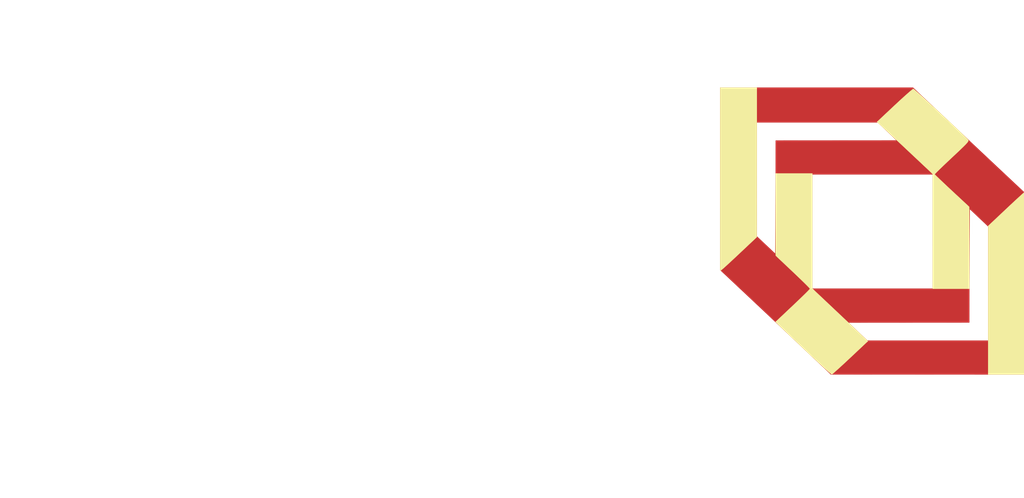
<source format=kicad_pcb>

(kicad_pcb (version 4) (host pcbnew 4.0.7)

	(general
		(links 0)
		(no_connects 0)
		(area 77.052499 41.877835 92.193313 53.630501)
		(thickness 1.6)
		(drawings 8)
		(tracks 0)
		(zones 0)
		(modules 1)
		(nets 1)
	)

	(page A4)
	(layers
		(0 F.Cu signal)
		(31 B.Cu signal)
		(32 B.Adhes user)
		(33 F.Adhes user)
		(34 B.Paste user)
		(35 F.Paste user)
		(36 B.SilkS user)
		(37 F.SilkS user)
		(38 B.Mask user)
		(39 F.Mask user)
		(40 Dwgs.User user)
		(41 Cmts.User user)
		(42 Eco1.User user)
		(43 Eco2.User user)
		(44 Edge.Cuts user)
		(45 Margin user)
		(46 B.CrtYd user)
		(47 F.CrtYd user)
		(48 B.Fab user)
		(49 F.Fab user)
	)

	(setup
		(last_trace_width 0.25)
		(trace_clearance 0.2)
		(zone_clearance 0.508)
		(zone_45_only no)
		(trace_min 0.2)
		(segment_width 0.2)
		(edge_width 0.15)
		(via_size 0.6)
		(via_drill 0.4)
		(via_min_size 0.4)
		(via_min_drill 0.3)
		(uvia_size 0.3)
		(uvia_drill 0.1)
		(uvias_allowed no)
		(uvia_min_size 0.2)
		(uvia_min_drill 0.1)
		(pcb_text_width 0.3)
		(pcb_text_size 1.5 1.5)
		(mod_edge_width 0.15)
		(mod_text_size 1 1)
		(mod_text_width 0.15)
		(pad_size 1.524 1.524)
		(pad_drill 0.762)
		(pad_to_mask_clearance 0.2)
		(aux_axis_origin 0 0)
		(visible_elements FFFFFF7F)
		(pcbplotparams
			(layerselection 0x010f0_80000001)
			(usegerberextensions false)
			(excludeedgelayer true)
			(linewidth 0.100000)
			(plotframeref false)
			(viasonmask false)
			(mode 1)
			(useauxorigin false)
			(hpglpennumber 1)
			(hpglpenspeed 20)
			(hpglpendiameter 15)
			(hpglpenoverlay 2)
			(psnegative false)
			(psa4output false)
			(plotreference true)
			(plotvalue true)
			(plotinvisibletext false)
			(padsonsilk false)
			(subtractmaskfromsilk false)
			(outputformat 1)
			(mirror false)
			(drillshape 1)
			(scaleselection 1)
			(outputdirectory gerbers/))
	)

	(net 0 "")

	(net_class Default "This is the default net class."
		(clearance 0.2)
		(trace_width 0.25)
		(via_dia 0.6)
		(via_drill 0.4)
		(uvia_dia 0.3)
		(uvia_drill 0.1)
	)
(module LOGO (layer F.Cu)
  (at 0 0)
 (fp_text reference "G***" (at 0 0) (layer F.SilkS) hide
  (effects (font (thickness 0.3)))
  )
  (fp_text value "LOGO" (at 0.75 0) (layer F.SilkS) hide
  (effects (font (thickness 0.3)))
  )
  (fp_poly (pts (xy 10.897599 -2.660825) (xy 11.069532 -2.498349) (xy 11.270156 -2.308986) (xy 11.497279 -2.094800) (xy 11.748710 -1.857859) (xy 12.022256 -1.600227) (xy 12.315724 -1.323970) (xy 12.626924 -1.031155)
     (xy 12.652455 -1.007137) (xy 13.483166 -0.225691) (xy 13.483166 4.212167) (xy 11.117791 4.210886) (xy 8.752416 4.209606) (xy 8.157126 3.644678) (xy 8.009676 3.504903) (xy 7.838426 3.342828)
     (xy 7.650440 3.165122) (xy 7.452784 2.978459) (xy 7.416531 2.944253) (xy 9.175750 2.944253) (xy 9.408583 3.165245) (xy 9.641416 3.386236) (xy 11.117791 3.386451) (xy 12.594166 3.386667)
     (xy 12.594166 0.596522) (xy 12.366625 0.380890) (xy 12.139083 0.165258) (xy 12.133639 1.553712) (xy 12.128195 2.942167) (xy 10.651972 2.943210) (xy 9.175750 2.944253) (xy 7.416531 2.944253)
     (xy 7.252523 2.789508) (xy 7.056722 2.604941) (xy 6.872448 2.431430) (xy 6.807855 2.370667) (xy 6.053875 1.661583) (xy 6.053837 0.836083) (xy 6.940995 0.836083) (xy 7.169372 1.051682)
     (xy 7.397750 1.267280) (xy 7.403193 -0.117777) (xy 7.405392 -0.677333) (xy 8.297333 -0.677333) (xy 8.297333 2.116667) (xy 11.239500 2.116667) (xy 11.239500 -0.677333) (xy 8.297333 -0.677333)
     (xy 7.405392 -0.677333) (xy 7.408637 -1.502833) (xy 8.884860 -1.503816) (xy 10.361083 -1.504798) (xy 10.130801 -1.726066) (xy 9.900518 -1.947333) (xy 6.942666 -1.947333) (xy 6.941830 -0.555625)
     (xy 6.940995 0.836083) (xy 6.053837 0.836083) (xy 6.053770 -0.566208) (xy 6.053666 -2.794000) (xy 10.756782 -2.794000) (xy 10.897599 -2.660825) )(layer F.Cu) (width  0.010000)
  )
)
(module LOGO (layer F.Cu)
  (at 0 0)
 (fp_text reference "G***" (at 0 0) (layer F.SilkS) hide
  (effects (font (thickness 0.3)))
  )
  (fp_text value "LOGO" (at 0.75 0) (layer F.SilkS) hide
  (effects (font (thickness 0.3)))
  )
  (fp_poly (pts (xy 3.077242 5.358266) (xy 3.115538 5.380997) (xy 3.132664 5.401772) (xy 3.132666 5.401936) (xy 3.123525 5.427393) (xy 3.097592 5.485499) (xy 3.057101 5.571786) (xy 3.004288 5.681789)
     (xy 2.941389 5.811040) (xy 2.870637 5.955074) (xy 2.794269 6.109424) (xy 2.714519 6.269622) (xy 2.633623 6.431204) (xy 2.553815 6.589701) (xy 2.477331 6.740648) (xy 2.406405 6.879578)
     (xy 2.343273 7.002025) (xy 2.290170 7.103522) (xy 2.249331 7.179602) (xy 2.222991 7.225800) (xy 2.213757 7.238250) (xy 2.178666 7.228086) (xy 2.144327 7.211690) (xy 2.134114 7.204905)
     (xy 2.127558 7.195258) (xy 2.126052 7.179506) (xy 2.130990 7.154406) (xy 2.143768 7.116712) (xy 2.165779 7.063183) (xy 2.198417 6.990573) (xy 2.243076 6.895639) (xy 2.301150 6.775137)
     (xy 2.374034 6.625824) (xy 2.463121 6.444455) (xy 2.549238 6.269543) (xy 2.639465 6.086573) (xy 2.724101 5.915354) (xy 2.801296 5.759603) (xy 2.869197 5.623038) (xy 2.925951 5.509378)
     (xy 2.969705 5.422340) (xy 2.998609 5.365642) (xy 3.010808 5.343003) (xy 3.010967 5.342810) (xy 3.036232 5.342548) (xy 3.077242 5.358266) )(layer F.Mask) (width  0.010000)
  )
  (fp_poly (pts (xy 6.027618 5.342866) (xy 6.069315 5.362657) (xy 6.106108 5.383158) (xy 6.115430 5.389811) (xy 6.109039 5.410422) (xy 6.085649 5.464306) (xy 6.047470 5.547011) (xy 5.996711 5.654086)
     (xy 5.935584 5.781079) (xy 5.866298 5.923540) (xy 5.791062 6.077017) (xy 5.712088 6.237058) (xy 5.631585 6.399213) (xy 5.551763 6.559029) (xy 5.474833 6.712055) (xy 5.403004 6.853840)
     (xy 5.338486 6.979933) (xy 5.283490 7.085882) (xy 5.240225 7.167236) (xy 5.210901 7.219543) (xy 5.197730 7.238352) (xy 5.197653 7.238356) (xy 5.162502 7.228252) (xy 5.132916 7.214068)
     (xy 5.097623 7.193972) (xy 5.085239 7.186437) (xy 5.092719 7.167030) (xy 5.116987 7.114226) (xy 5.155847 7.032467) (xy 5.207101 6.926191) (xy 5.268553 6.799840) (xy 5.338004 6.657855)
     (xy 5.413258 6.504675) (xy 5.492118 6.344742) (xy 5.572387 6.182495) (xy 5.651867 6.022375) (xy 5.728361 5.868824) (xy 5.799673 5.726280) (xy 5.863605 5.599185) (xy 5.917960 5.491980)
     (xy 5.960540 5.409104) (xy 5.989150 5.354999) (xy 6.001591 5.334104) (xy 6.001809 5.334000) (xy 6.027618 5.342866) )(layer F.Mask) (width  0.010000)
  )
  (fp_poly (pts (xy 1.862584 6.678530) (xy 1.894416 6.697303) (xy 1.937193 6.746575) (xy 1.945356 6.806835) (xy 1.917248 6.863771) (xy 1.914071 6.867071) (xy 1.870116 6.896441) (xy 1.823229 6.891130)
     (xy 1.782709 6.867383) (xy 1.742979 6.818458) (xy 1.739763 6.761599) (xy 1.772622 6.709527) (xy 1.788583 6.697303) (xy 1.830010 6.674908) (xy 1.862584 6.678530) )(layer F.Mask) (width  0.010000)
  )
  (fp_poly (pts (xy 4.318000 6.096600) (xy 4.397375 6.044807) (xy 4.516067 5.990147) (xy 4.637764 5.976593) (xy 4.757371 6.003698) (xy 4.869794 6.071017) (xy 4.889462 6.087901) (xy 4.969948 6.187060)
     (xy 5.018530 6.304170) (xy 5.035724 6.430520) (xy 5.022045 6.557401) (xy 4.978009 6.676102) (xy 4.904130 6.777914) (xy 4.845720 6.827252) (xy 4.765295 6.865198) (xy 4.664103 6.889001)
     (xy 4.562330 6.895230) (xy 4.497916 6.886348) (xy 4.453705 6.866312) (xy 4.398289 6.831420) (xy 4.386791 6.823016) (xy 4.318000 6.771179) (xy 4.318000 6.826450) (xy 4.314002 6.862312)
     (xy 4.293832 6.876215) (xy 4.245223 6.875685) (xy 4.238625 6.875153) (xy 4.159250 6.868583) (xy 4.159250 6.438196) (xy 4.318000 6.438196) (xy 4.334354 6.543437) (xy 4.378719 6.631132)
     (xy 4.444049 6.697316) (xy 4.523300 6.738025) (xy 4.609424 6.749291) (xy 4.695378 6.727152) (xy 4.756725 6.685110) (xy 4.823704 6.600399) (xy 4.859264 6.505114) (xy 4.865628 6.406876)
     (xy 4.845023 6.313304) (xy 4.799675 6.232020) (xy 4.731809 6.170643) (xy 4.643651 6.136793) (xy 4.595337 6.132560) (xy 4.490542 6.151153) (xy 4.407027 6.203910) (xy 4.348904 6.286298)
     (xy 4.320287 6.393784) (xy 4.318000 6.438196) (xy 4.159250 6.438196) (xy 4.159250 5.344583) (xy 4.238625 5.338014) (xy 4.318000 5.331444) (xy 4.318000 6.096600) )(layer F.Mask) (width  0.010000)
  )
  (fp_poly (pts (xy 6.789208 5.994180) (xy 6.868583 6.000750) (xy 6.879166 6.336057) (xy 6.883407 6.462295) (xy 6.887672 6.553162) (xy 6.893123 6.615604) (xy 6.900921 6.656568) (xy 6.912228 6.683001)
     (xy 6.928206 6.701850) (xy 6.942339 6.713886) (xy 6.995753 6.743414) (xy 7.061191 6.747216) (xy 7.077543 6.745328) (xy 7.129928 6.736372) (xy 7.168598 6.721645) (xy 7.195794 6.695215)
     (xy 7.213755 6.651153) (xy 7.224723 6.583529) (xy 7.230937 6.486413) (xy 7.234639 6.353874) (xy 7.235164 6.328135) (xy 7.241913 5.990167) (xy 7.408333 5.990167) (xy 7.407868 6.312958)
     (xy 7.405700 6.468785) (xy 7.398385 6.588589) (xy 7.383943 6.678563) (xy 7.360397 6.744899) (xy 7.325769 6.793790) (xy 7.278080 6.831426) (xy 7.234717 6.854950) (xy 7.110523 6.894306)
     (xy 6.988304 6.891481) (xy 6.879433 6.852181) (xy 6.821622 6.817607) (xy 6.778497 6.779174) (xy 6.747965 6.730338) (xy 6.727929 6.664558) (xy 6.716295 6.575291) (xy 6.710968 6.455996)
     (xy 6.709833 6.322594) (xy 6.709833 5.987611) (xy 6.789208 5.994180) )(layer F.Mask) (width  0.010000)
  )
  (fp_poly (pts (xy 8.237744 5.997121) (xy 8.299555 6.023066) (xy 8.336482 6.046719) (xy 8.354629 6.077274) (xy 8.360482 6.129330) (xy 8.360833 6.161041) (xy 8.360833 6.267328) (xy 8.278233 6.200949)
     (xy 8.179632 6.147069) (xy 8.071768 6.132291) (xy 7.963538 6.157508) (xy 7.942976 6.167251) (xy 7.864585 6.229506) (xy 7.814047 6.314521) (xy 7.792229 6.412439) (xy 7.799995 6.513407)
     (xy 7.838209 6.607569) (xy 7.898210 6.677397) (xy 7.994061 6.733906) (xy 8.095228 6.749499) (xy 8.196712 6.724318) (xy 8.284705 6.666456) (xy 8.330626 6.628697) (xy 8.363278 6.606485)
     (xy 8.370079 6.604000) (xy 8.377179 6.622905) (xy 8.379190 6.670967) (xy 8.377868 6.703486) (xy 8.369768 6.768317) (xy 8.350186 6.807748) (xy 8.310015 6.838643) (xy 8.302505 6.843087)
     (xy 8.226907 6.871624) (xy 8.128222 6.888583) (xy 8.024511 6.892340) (xy 7.933834 6.881267) (xy 7.920056 6.877503) (xy 7.823747 6.827527) (xy 7.739171 6.745302) (xy 7.672815 6.640585)
     (xy 7.631168 6.523133) (xy 7.620000 6.426239) (xy 7.639437 6.302715) (xy 7.693195 6.193178) (xy 7.774444 6.101679) (xy 7.876354 6.032272) (xy 7.992094 5.989009) (xy 8.114834 5.975941)
     (xy 8.237744 5.997121) )(layer F.Mask) (width  0.010000)
  )
  (fp_poly (pts (xy 12.379924 6.006421) (xy 12.484675 6.061836) (xy 12.572140 6.142883) (xy 12.636367 6.246632) (xy 12.671402 6.370156) (xy 12.674719 6.477217) (xy 12.645921 6.605661) (xy 12.583545 6.716152)
     (xy 12.494116 6.804295) (xy 12.384160 6.865694) (xy 12.260203 6.895956) (xy 12.128769 6.890685) (xy 12.078725 6.878603) (xy 11.959048 6.822957) (xy 11.865386 6.740052) (xy 11.799327 6.637101)
     (xy 11.762462 6.521318) (xy 11.758119 6.434654) (xy 11.921974 6.434654) (xy 11.935194 6.541724) (xy 11.985070 6.633814) (xy 12.069581 6.705208) (xy 12.087671 6.715092) (xy 12.176518 6.747264)
     (xy 12.260311 6.744813) (xy 12.324971 6.723144) (xy 12.416337 6.668258) (xy 12.473668 6.592964) (xy 12.501295 6.490920) (xy 12.504045 6.460835) (xy 12.495565 6.339933) (xy 12.454736 6.244273)
     (xy 12.383992 6.176609) (xy 12.285768 6.139693) (xy 12.214560 6.133449) (xy 12.105875 6.149750) (xy 12.022383 6.199736) (xy 11.961740 6.285027) (xy 11.947430 6.318322) (xy 11.921974 6.434654)
     (xy 11.758119 6.434654) (xy 11.756378 6.399917) (xy 11.782665 6.280111) (xy 11.842911 6.169114) (xy 11.907137 6.099640) (xy 12.021496 6.023247) (xy 12.142382 5.984198) (xy 12.263842 5.979565)
     (xy 12.379924 6.006421) )(layer F.Mask) (width  0.010000)
  )
  (fp_poly (pts (xy 1.245766 5.470925) (xy 1.249094 5.471641) (xy 1.294776 5.487072) (xy 1.307841 5.511692) (xy 1.304899 5.531863) (xy 1.297437 5.575261) (xy 1.288310 5.645800) (xy 1.279457 5.728444)
     (xy 1.279223 5.730875) (xy 1.264530 5.884333) (xy 1.373098 5.884333) (xy 1.436773 5.885627) (xy 1.468903 5.893714) (xy 1.480271 5.914902) (xy 1.481666 5.947833) (xy 1.479671 5.984285)
     (xy 1.466702 6.003166) (xy 1.432280 6.010256) (xy 1.366546 6.011333) (xy 1.251427 6.011333) (xy 1.238443 6.111875) (xy 1.229094 6.180002) (xy 1.220621 6.234821) (xy 1.217961 6.249458)
     (xy 1.219803 6.271836) (xy 1.243327 6.282967) (xy 1.297803 6.286418) (xy 1.314314 6.286500) (xy 1.418166 6.286500) (xy 1.418166 6.434667) (xy 1.191179 6.434667) (xy 1.176807 6.577542)
     (xy 1.164264 6.696330) (xy 1.153387 6.779251) (xy 1.142409 6.832634) (xy 1.129564 6.862806) (xy 1.113084 6.876093) (xy 1.092669 6.878842) (xy 1.043953 6.874198) (xy 1.015202 6.856116)
     (xy 1.003466 6.817078) (xy 1.005792 6.749569) (xy 1.014444 6.679633) (xy 1.029004 6.574909) (xy 1.035849 6.505193) (xy 1.031714 6.463396) (xy 1.013336 6.442425) (xy 0.977452 6.435192)
     (xy 0.920796 6.434605) (xy 0.901676 6.434667) (xy 0.766186 6.434667) (xy 0.739846 6.656917) (xy 0.727423 6.756080) (xy 0.716790 6.820483) (xy 0.705593 6.857495) (xy 0.691478 6.874486)
     (xy 0.672091 6.878824) (xy 0.668962 6.878842) (xy 0.618185 6.870139) (xy 0.595540 6.860224) (xy 0.581914 6.843776) (xy 0.576702 6.811380) (xy 0.579668 6.754413) (xy 0.590248 6.666682)
     (xy 0.603898 6.565251) (xy 0.610488 6.498634) (xy 0.607435 6.459547) (xy 0.592159 6.440710) (xy 0.562077 6.434839) (xy 0.514609 6.434653) (xy 0.508000 6.434667) (xy 0.402166 6.434667)
     (xy 0.402166 6.286500) (xy 0.633081 6.286500) (xy 0.782666 6.286500) (xy 0.920096 6.286500) (xy 0.994800 6.285176) (xy 1.037411 6.279002) (xy 1.058140 6.264672) (xy 1.067199 6.238878)
     (xy 1.067200 6.238875) (xy 1.075732 6.187163) (xy 1.084790 6.118503) (xy 1.086755 6.101292) (xy 1.096638 6.011333) (xy 0.961472 6.011333) (xy 0.893943 6.011591) (xy 0.851350 6.017729)
     (xy 0.826453 6.037789) (xy 0.812016 6.079817) (xy 0.800801 6.151856) (xy 0.794832 6.196542) (xy 0.782666 6.286500) (xy 0.633081 6.286500) (xy 0.645510 6.207125) (xy 0.656577 6.136537)
     (xy 0.666572 6.072937) (xy 0.667106 6.069542) (xy 0.670364 6.036220) (xy 0.660166 6.018903) (xy 0.626911 6.012354) (xy 0.560995 6.011333) (xy 0.560387 6.011333) (xy 0.494025 6.010253)
     (xy 0.459552 6.003198) (xy 0.446524 5.984446) (xy 0.444500 5.948274) (xy 0.444500 5.947833) (xy 0.446263 5.912277) (xy 0.458308 5.893326) (xy 0.490770 5.885755) (xy 0.553780 5.884338)
     (xy 0.567631 5.884333) (xy 0.690762 5.884333) (xy 0.714561 5.680959) (xy 0.725762 5.592788) (xy 0.736468 5.521608) (xy 0.745132 5.477105) (xy 0.748666 5.467278) (xy 0.774306 5.464241)
     (xy 0.822433 5.470925) (xy 0.825761 5.471641) (xy 0.871443 5.487072) (xy 0.884507 5.511692) (xy 0.881566 5.531863) (xy 0.874104 5.575261) (xy 0.864976 5.645800) (xy 0.856123 5.728444)
     (xy 0.855890 5.730875) (xy 0.841196 5.884333) (xy 1.114095 5.884333) (xy 1.137894 5.680959) (xy 1.149096 5.592788) (xy 1.159801 5.521608) (xy 1.168465 5.477105) (xy 1.171999 5.467278)
     (xy 1.197640 5.464241) (xy 1.245766 5.470925) )(layer F.Mask) (width  0.010000)
  )
  (fp_poly (pts (xy 3.360208 5.338014) (xy 3.439583 5.344583) (xy 3.450166 5.816156) (xy 3.460750 6.287729) (xy 3.608348 6.138948) (xy 3.676872 6.070853) (xy 3.725421 6.027524) (xy 3.763525 6.003370)
     (xy 3.800713 5.992799) (xy 3.846515 5.990219) (xy 3.861907 5.990167) (xy 3.967867 5.990167) (xy 3.778847 6.180067) (xy 3.589826 6.369967) (xy 3.632695 6.418192) (xy 3.759730 6.561426)
     (xy 3.859847 6.675060) (xy 3.934566 6.760855) (xy 3.985406 6.820570) (xy 4.013889 6.855963) (xy 4.021666 6.868403) (xy 4.002660 6.874651) (xy 3.954258 6.878535) (xy 3.920022 6.879167)
     (xy 3.876322 6.878269) (xy 3.842146 6.872020) (xy 3.810000 6.855084) (xy 3.772388 6.822127) (xy 3.721818 6.767812) (xy 3.652414 6.688667) (xy 3.586438 6.614584) (xy 3.529705 6.553952)
     (xy 3.488288 6.513052) (xy 3.468308 6.498167) (xy 3.460319 6.517755) (xy 3.454125 6.570224) (xy 3.450625 6.646131) (xy 3.450166 6.688667) (xy 3.450166 6.879167) (xy 3.280833 6.879167)
     (xy 3.280833 5.331444) (xy 3.360208 5.338014) )(layer F.Mask) (width  0.010000)
  )
  (fp_poly (pts (xy 6.344708 5.676680) (xy 6.424083 5.683250) (xy 6.430302 5.836708) (xy 6.436521 5.990167) (xy 6.510955 5.990167) (xy 6.559376 5.992654) (xy 6.578936 6.008463) (xy 6.580340 6.050112)
     (xy 6.578819 6.069542) (xy 6.570715 6.122284) (xy 6.550291 6.146337) (xy 6.505596 6.155340) (xy 6.503458 6.155549) (xy 6.434666 6.162182) (xy 6.434666 6.879167) (xy 6.265333 6.879167)
     (xy 6.265333 6.519333) (xy 6.265111 6.388229) (xy 6.263982 6.293545) (xy 6.261249 6.229370) (xy 6.256218 6.189792) (xy 6.248193 6.168898) (xy 6.236479 6.160777) (xy 6.223000 6.159500)
     (xy 6.195303 6.152400) (xy 6.183063 6.123703) (xy 6.180666 6.074833) (xy 6.184216 6.019441) (xy 6.198565 5.994960) (xy 6.223000 5.990167) (xy 6.244575 5.986445) (xy 6.257268 5.969452)
     (xy 6.263391 5.930447) (xy 6.265257 5.860690) (xy 6.265333 5.830139) (xy 6.265333 5.670111) (xy 6.344708 5.676680) )(layer F.Mask) (width  0.010000)
  )
  (fp_poly (pts (xy 8.741833 6.303155) (xy 8.893577 6.146661) (xy 8.962843 6.076163) (xy 9.011950 6.030818) (xy 9.049895 6.005084) (xy 9.085671 5.993417) (xy 9.128276 5.990277) (xy 9.147577 5.990167)
     (xy 9.206776 5.993210) (xy 9.243693 6.000964) (xy 9.249833 6.006538) (xy 9.235673 6.027150) (xy 9.197248 6.070646) (xy 9.140638 6.130391) (xy 9.080500 6.191250) (xy 9.012887 6.259898)
     (xy 8.958107 6.318245) (xy 8.922244 6.359625) (xy 8.911166 6.376715) (xy 8.924502 6.397872) (xy 8.961149 6.444355) (xy 9.016070 6.510052) (xy 9.084224 6.588851) (xy 9.112250 6.620625)
     (xy 9.184055 6.702660) (xy 9.244530 6.773758) (xy 9.288643 6.827843) (xy 9.311358 6.858841) (xy 9.313333 6.863289) (xy 9.294429 6.872843) (xy 9.246705 6.878502) (xy 9.220043 6.879167)
     (xy 9.179273 6.877836) (xy 9.146172 6.870261) (xy 9.113357 6.851071) (xy 9.073445 6.814890) (xy 9.019050 6.756346) (xy 8.960752 6.690490) (xy 8.894404 6.617402) (xy 8.836936 6.558405)
     (xy 8.794553 6.519584) (xy 8.773583 6.506990) (xy 8.763419 6.528995) (xy 8.754371 6.583344) (xy 8.747885 6.660045) (xy 8.746300 6.695666) (xy 8.740185 6.879167) (xy 8.666261 6.879167)
     (xy 8.614134 6.872289) (xy 8.583663 6.855447) (xy 8.582138 6.852588) (xy 8.579911 6.825853) (xy 8.578165 6.761810) (xy 8.576932 6.665479) (xy 8.576241 6.541883) (xy 8.576123 6.396043)
     (xy 8.576608 6.232981) (xy 8.577511 6.085296) (xy 8.583083 5.344583) (xy 8.662458 5.338014) (xy 8.741833 5.331444) (xy 8.741833 6.303155) )(layer F.Mask) (width  0.010000)
  )
  (fp_poly (pts (xy 10.282561 5.977919) (xy 10.372392 5.995931) (xy 10.433454 6.027725) (xy 10.478980 6.081826) (xy 10.498597 6.117031) (xy 10.514841 6.153468) (xy 10.526380 6.194031) (xy 10.533988 6.246478)
     (xy 10.538443 6.318570) (xy 10.540521 6.418064) (xy 10.541000 6.540934) (xy 10.541000 6.881722) (xy 10.461625 6.875153) (xy 10.382250 6.868583) (xy 10.376435 6.538015) (xy 10.373796 6.411641)
     (xy 10.370413 6.320652) (xy 10.365357 6.258100) (xy 10.357701 6.217036) (xy 10.346517 6.190511) (xy 10.330877 6.171579) (xy 10.327035 6.168003) (xy 10.264605 6.136794) (xy 10.186743 6.130872)
     (xy 10.111412 6.149506) (xy 10.067997 6.178536) (xy 10.050298 6.199440) (xy 10.037427 6.226042) (xy 10.028287 6.265537) (xy 10.021779 6.325120) (xy 10.016803 6.411986) (xy 10.012262 6.533328)
     (xy 10.011833 6.546320) (xy 10.001250 6.868583) (xy 9.921875 6.875153) (xy 9.842500 6.881722) (xy 9.842500 5.990167) (xy 9.915531 5.990167) (xy 9.973647 5.999237) (xy 10.006325 6.021906)
     (xy 10.022453 6.039119) (xy 10.049293 6.037186) (xy 10.098719 6.014710) (xy 10.107919 6.009947) (xy 10.190812 5.978959) (xy 10.276507 5.977180) (xy 10.282561 5.977919) )(layer F.Mask) (width  0.010000)
  )
  (fp_poly (pts (xy 11.624994 5.985914) (xy 11.664413 6.006922) (xy 11.668541 6.045625) (xy 11.648002 6.091791) (xy 11.615066 6.136571) (xy 11.580988 6.148671) (xy 11.562417 6.145729) (xy 11.492383 6.141783)
     (xy 11.430981 6.161276) (xy 11.395713 6.196359) (xy 11.388737 6.229932) (xy 11.381486 6.297325) (xy 11.374650 6.390038) (xy 11.368920 6.499568) (xy 11.366920 6.551083) (xy 11.355916 6.868583)
     (xy 11.276541 6.875153) (xy 11.197166 6.881722) (xy 11.197166 5.990167) (xy 11.271914 5.990167) (xy 11.333106 5.999686) (xy 11.359196 6.022830) (xy 11.372490 6.042900) (xy 11.394784 6.033736)
     (xy 11.413670 6.017539) (xy 11.474437 5.987917) (xy 11.547580 5.979583) (xy 11.624994 5.985914) )(layer F.Mask) (width  0.010000)
  )
  (fp_poly (pts (xy 13.059833 6.879167) (xy 12.890500 6.879167) (xy 12.890500 5.334000) (xy 13.059833 5.334000) (xy 13.059833 6.879167) )(layer F.Mask) (width  0.010000)
  )
  (fp_poly (pts (xy 13.483166 6.879167) (xy 13.335000 6.879167) (xy 13.335000 5.334000) (xy 13.483166 5.334000) (xy 13.483166 6.879167) )(layer F.Mask) (width  0.010000)
  )
  (fp_poly (pts (xy 1.926166 6.604000) (xy 1.851419 6.604000) (xy 1.798964 6.597131) (xy 1.768073 6.580285) (xy 1.766378 6.577177) (xy 1.763790 6.549424) (xy 1.761882 6.485333) (xy 1.760704 6.390896)
     (xy 1.760303 6.272102) (xy 1.760729 6.134943) (xy 1.761751 6.010969) (xy 1.767416 5.471583) (xy 1.846791 5.465014) (xy 1.926166 5.458444) (xy 1.926166 6.604000) )(layer F.Mask) (width  0.010000)
  )
  (fp_poly (pts (xy 9.715500 6.498167) (xy 9.313333 6.498167) (xy 9.313333 6.350000) (xy 9.715500 6.350000) (xy 9.715500 6.498167) )(layer F.Mask) (width  0.010000)
  )
  (fp_poly (pts (xy 11.070166 6.498167) (xy 10.668000 6.498167) (xy 10.668000 6.350000) (xy 11.070166 6.350000) (xy 11.070166 6.498167) )(layer F.Mask) (width  0.010000)
  )
  (fp_poly (pts (xy 13.483166 5.122333) (xy -1.481667 5.122333) (xy -1.481667 4.889500) (xy 13.483166 4.889500) (xy 13.483166 5.122333) )(layer F.Mask) (width  0.010000)
  )
  (fp_poly (pts (xy -8.200317 1.183357) (xy -8.174514 1.237370) (xy -8.135070 1.323095) (xy -8.083584 1.436966) (xy -8.021653 1.575418) (xy -7.950876 1.734886) (xy -7.872851 1.911806) (xy -7.789178 2.102614)
     (xy -7.748371 2.196042) (xy -7.662416 2.392747) (xy -7.581290 2.577759) (xy -7.506608 2.747439) (xy -7.439985 2.898148) (xy -7.383036 3.026247) (xy -7.337375 3.128097) (xy -7.304619 3.200059)
     (xy -7.286381 3.238494) (xy -7.283322 3.243902) (xy -7.271711 3.228526) (xy -7.244090 3.178320) (xy -7.202226 3.096873) (xy -7.147887 2.987776) (xy -7.082839 2.854619) (xy -7.008848 2.700991)
     (xy -6.927681 2.530484) (xy -6.841106 2.346686) (xy -6.827607 2.317861) (xy -6.386802 1.375833) (xy -6.093235 1.375833) (xy -5.987265 1.376437) (xy -5.898311 1.378093) (xy -5.833982 1.380572)
     (xy -5.801888 1.383643) (xy -5.799667 1.384737) (xy -5.808797 1.406899) (xy -5.835034 1.463213) (xy -5.876650 1.550190) (xy -5.931916 1.664343) (xy -5.999103 1.802184) (xy -6.076482 1.960225)
     (xy -6.162325 2.134979) (xy -6.254903 2.322957) (xy -6.352486 2.520674) (xy -6.453347 2.724640) (xy -6.555757 2.931368) (xy -6.657986 3.137370) (xy -6.758306 3.339160) (xy -6.854989 3.533249)
     (xy -6.946305 3.716149) (xy -7.030526 3.884373) (xy -7.105923 4.034434) (xy -7.170767 4.162843) (xy -7.223330 4.266113) (xy -7.261882 4.340756) (xy -7.284695 4.383286) (xy -7.290352 4.392083)
     (xy -7.301846 4.373259) (xy -7.328532 4.319183) (xy -7.368779 4.233451) (xy -7.420956 4.119659) (xy -7.483432 3.981402) (xy -7.554577 3.822275) (xy -7.632759 3.645875) (xy -7.716347 3.455796)
     (xy -7.751218 3.376083) (xy -7.836587 3.180975) (xy -7.917105 2.997601) (xy -7.991145 2.829625) (xy -8.057077 2.680710) (xy -8.113274 2.554522) (xy -8.158106 2.454723) (xy -8.189945 2.384977)
     (xy -8.207164 2.348949) (xy -8.209571 2.344821) (xy -8.220537 2.360704) (xy -8.246714 2.411948) (xy -8.286503 2.495063) (xy -8.338305 2.606559) (xy -8.400522 2.742944) (xy -8.471554 2.900726)
     (xy -8.549803 3.076416) (xy -8.633670 3.266523) (xy -8.677307 3.366113) (xy -8.763449 3.562648) (xy -8.844674 3.746997) (xy -8.919386 3.915602) (xy -8.985989 4.064909) (xy -9.042887 4.191359)
     (xy -9.088482 4.291397) (xy -9.121180 4.361466) (xy -9.139383 4.398011) (xy -9.142529 4.402601) (xy -9.153494 4.384032) (xy -9.181438 4.330320) (xy -9.224895 4.244428) (xy -9.282402 4.129318)
     (xy -9.352494 3.987953) (xy -9.433705 3.823294) (xy -9.524572 3.638305) (xy -9.623630 3.435946) (xy -9.729414 3.219181) (xy -9.840460 2.990972) (xy -9.841065 2.989726) (xy -9.953473 2.758402)
     (xy -10.061485 2.536154) (xy -10.163521 2.326231) (xy -10.258003 2.131881) (xy -10.343351 1.956352) (xy -10.417985 1.802891) (xy -10.480327 1.674747) (xy -10.528796 1.575167) (xy -10.561813 1.507400)
     (xy -10.577260 1.475790) (xy -10.626973 1.374663) (xy -10.026041 1.386417) (xy -9.592333 2.322269) (xy -9.506132 2.507577) (xy -9.425124 2.680380) (xy -9.351064 2.837029) (xy -9.285706 2.973873)
     (xy -9.230808 3.087263) (xy -9.188124 3.173548) (xy -9.159410 3.229079) (xy -9.146421 3.250205) (xy -9.146021 3.250268) (xy -9.135377 3.229938) (xy -9.109411 3.174392) (xy -9.069726 3.087215)
     (xy -9.017922 2.971992) (xy -8.955604 2.832310) (xy -8.884374 2.671755) (xy -8.805834 2.493912) (xy -8.721587 2.302368) (xy -8.678334 2.203743) (xy -8.591919 2.007014) (xy -8.510419 1.822448)
     (xy -8.435433 1.653597) (xy -8.368560 1.504014) (xy -8.311397 1.377254) (xy -8.265544 1.276869) (xy -8.232599 1.206413) (xy -8.214160 1.169440) (xy -8.210880 1.164619) (xy -8.200317 1.183357) )(layer F.Mask) (width  0.010000)
  )
  (fp_poly (pts (xy -3.819533 1.316762) (xy -3.801669 1.317319) (xy -3.669014 1.322817) (xy -3.566897 1.330706) (xy -3.483531 1.342629) (xy -3.407126 1.360230) (xy -3.333750 1.382553) (xy -3.160954 1.449772)
     (xy -3.005272 1.534421) (xy -2.855547 1.643605) (xy -2.700622 1.784432) (xy -2.696592 1.788414) (xy -2.604727 1.882382) (xy -2.536612 1.960883) (xy -2.483452 2.035524) (xy -2.436451 2.117910)
     (xy -2.415752 2.159000) (xy -2.325879 2.387920) (xy -2.275788 2.623204) (xy -2.265129 2.860217) (xy -2.293553 3.094323) (xy -2.360707 3.320888) (xy -2.466243 3.535276) (xy -2.526736 3.627346)
     (xy -2.691578 3.822361) (xy -2.884876 3.987380) (xy -3.102813 4.119801) (xy -3.341571 4.217022) (xy -3.429000 4.242163) (xy -3.553771 4.265821) (xy -3.703555 4.281189) (xy -3.862941 4.287756)
     (xy -4.016512 4.285012) (xy -4.148856 4.272447) (xy -4.180417 4.267020) (xy -4.425493 4.199636) (xy -4.653348 4.098213) (xy -4.860242 3.966075) (xy -5.042437 3.806549) (xy -5.196193 3.622961)
     (xy -5.317770 3.418637) (xy -5.403430 3.196903) (xy -5.410037 3.173307) (xy -5.433050 3.050205) (xy -5.445192 2.901839) (xy -5.446462 2.743844) (xy -5.445347 2.726179) (xy -4.906957 2.726179)
     (xy -4.904321 2.918478) (xy -4.868378 3.107128) (xy -4.799105 3.286238) (xy -4.696480 3.449918) (xy -4.590672 3.565496) (xy -4.453509 3.672724) (xy -4.302975 3.756342) (xy -4.155049 3.807978)
     (xy -4.079351 3.819146) (xy -3.975906 3.825789) (xy -3.859064 3.827888) (xy -3.743170 3.825426) (xy -3.642571 3.818383) (xy -3.579533 3.808718) (xy -3.404423 3.747827) (xy -3.241070 3.651779)
     (xy -3.095950 3.526828) (xy -2.975536 3.379229) (xy -2.886302 3.215237) (xy -2.847813 3.101761) (xy -2.824770 2.967820) (xy -2.816486 2.813881) (xy -2.822969 2.659101) (xy -2.844224 2.522634)
     (xy -2.847614 2.508990) (xy -2.916804 2.322951) (xy -3.019340 2.159081) (xy -3.151029 2.019985) (xy -3.307674 1.908271) (xy -3.485079 1.826546) (xy -3.679049 1.777416) (xy -3.885389 1.763487)
     (xy -4.028690 1.775178) (xy -4.226164 1.820887) (xy -4.401602 1.900630) (xy -4.562181 2.017803) (xy -4.584876 2.038304) (xy -4.715245 2.186293) (xy -4.812397 2.354196) (xy -4.876308 2.536121)
     (xy -4.906957 2.726179) (xy -5.445347 2.726179) (xy -5.436860 2.591855) (xy -5.416384 2.461509) (xy -5.410066 2.435971) (xy -5.327431 2.209481) (xy -5.208442 2.000001) (xy -5.056911 1.811174)
     (xy -4.876652 1.646644) (xy -4.671478 1.510057) (xy -4.445203 1.405056) (xy -4.276008 1.352227) (xy -4.195413 1.333633) (xy -4.121279 1.321659) (xy -4.041796 1.315435) (xy -3.945151 1.314092)
     (xy -3.819533 1.316762) )(layer F.Mask) (width  0.010000)
  )
  (fp_poly (pts (xy 4.643538 1.323655) (xy 4.725715 1.326907) (xy 4.786826 1.334229) (xy 4.837498 1.347176) (xy 4.888359 1.367304) (xy 4.914373 1.379228) (xy 5.049359 1.460259) (xy 5.176593 1.568846)
     (xy 5.280245 1.691096) (xy 5.295094 1.713352) (xy 5.328908 1.768518) (xy 5.350697 1.808282) (xy 5.355166 1.820030) (xy 5.337363 1.833860) (xy 5.289111 1.861694) (xy 5.218145 1.899257)
     (xy 5.146712 1.935169) (xy 4.938257 2.037734) (xy 4.823920 1.920348) (xy 4.740839 1.843690) (xy 4.667889 1.797045) (xy 4.617241 1.778440) (xy 4.502587 1.764128) (xy 4.395946 1.779959)
     (xy 4.302458 1.820913) (xy 4.227267 1.881969) (xy 4.175512 1.958107) (xy 4.152335 2.044308) (xy 4.162877 2.135552) (xy 4.190312 2.195292) (xy 4.229712 2.245977) (xy 4.287321 2.295090)
     (xy 4.368267 2.345689) (xy 4.477679 2.400830) (xy 4.620685 2.463571) (xy 4.684299 2.489796) (xy 4.919546 2.593565) (xy 5.113585 2.696930) (xy 5.267523 2.800705) (xy 5.382467 2.905703)
     (xy 5.459525 3.012737) (xy 5.488786 3.080561) (xy 5.531909 3.274900) (xy 5.534359 3.463853) (xy 5.496924 3.643945) (xy 5.420394 3.811703) (xy 5.305556 3.963653) (xy 5.283173 3.986772)
     (xy 5.124635 4.115869) (xy 4.943793 4.210590) (xy 4.744533 4.269821) (xy 4.530741 4.292448) (xy 4.306300 4.277357) (xy 4.283004 4.273661) (xy 4.089110 4.222266) (xy 3.909510 4.137407)
     (xy 3.752232 4.023647) (xy 3.644382 3.910532) (xy 3.606332 3.857347) (xy 3.563745 3.789806) (xy 3.521901 3.717498) (xy 3.486079 3.650013) (xy 3.461561 3.596941) (xy 3.453627 3.567873)
     (xy 3.454536 3.565741) (xy 3.475945 3.555637) (xy 3.528614 3.533646) (xy 3.604311 3.503141) (xy 3.683464 3.471922) (xy 3.905250 3.385246) (xy 3.937000 3.433542) (xy 4.022585 3.561391)
     (xy 4.092887 3.657541) (xy 4.154581 3.726487) (xy 4.214343 3.772723) (xy 4.278849 3.800741) (xy 4.354775 3.815036) (xy 4.448796 3.820102) (xy 4.511968 3.820583) (xy 4.608591 3.819729)
     (xy 4.674710 3.815472) (xy 4.722146 3.805267) (xy 4.762718 3.786570) (xy 4.808249 3.756837) (xy 4.808301 3.756800) (xy 4.906594 3.666285) (xy 4.967282 3.556871) (xy 4.991015 3.427182)
     (xy 4.990403 3.370942) (xy 4.983131 3.292633) (xy 4.968114 3.239683) (xy 4.938789 3.195132) (xy 4.910346 3.164086) (xy 4.856734 3.119620) (xy 4.778785 3.068001) (xy 4.691100 3.018682)
     (xy 4.667923 3.007118) (xy 4.463792 2.908175) (xy 4.294188 2.825204) (xy 4.155462 2.755883) (xy 4.043964 2.697889) (xy 3.956046 2.648900) (xy 3.888059 2.606592) (xy 3.836353 2.568645)
     (xy 3.797278 2.532735) (xy 3.767187 2.496541) (xy 3.742429 2.457738) (xy 3.719356 2.414006) (xy 3.711716 2.398558) (xy 3.680411 2.328586) (xy 3.662085 2.266095) (xy 3.653466 2.194651)
     (xy 3.651283 2.097822) (xy 3.651283 2.094987) (xy 3.653173 1.999164) (xy 3.661254 1.928487) (xy 3.679204 1.865843) (xy 3.710699 1.794121) (xy 3.720073 1.774893) (xy 3.816019 1.623972)
     (xy 3.943049 1.499687) (xy 4.103713 1.399605) (xy 4.123698 1.389899) (xy 4.185180 1.361824) (xy 4.236496 1.342930) (xy 4.288632 1.331407) (xy 4.352573 1.325440) (xy 4.439306 1.323217)
     (xy 4.529666 1.322917) (xy 4.643538 1.323655) )(layer F.Mask) (width  0.010000)
  )
  (fp_poly (pts (xy -0.128259 1.316800) (xy -0.064118 1.326172) (xy -0.002825 1.343670) (xy 0.026056 1.354100) (xy 0.092321 1.381425) (xy 0.141308 1.406070) (xy 0.159936 1.420086) (xy 0.155257 1.445583)
     (xy 0.133161 1.499780) (xy 0.097253 1.574636) (xy 0.052840 1.659002) (xy -0.066829 1.877572) (xy -0.140042 1.840247) (xy -0.265751 1.797629) (xy -0.404128 1.786423) (xy -0.541743 1.805861)
     (xy -0.665171 1.855177) (xy -0.691778 1.871771) (xy -0.777732 1.948138) (xy -0.844679 2.050147) (xy -0.896640 2.184490) (xy -0.911095 2.236712) (xy -0.921243 2.279193) (xy -0.929596 2.322781)
     (xy -0.936325 2.371931) (xy -0.941604 2.431103) (xy -0.945606 2.504754) (xy -0.948502 2.597341) (xy -0.950467 2.713321) (xy -0.951672 2.857153) (xy -0.952290 3.033294) (xy -0.952494 3.246202)
     (xy -0.952500 3.305386) (xy -0.952500 4.212167) (xy -1.481667 4.212167) (xy -1.481667 1.375833) (xy -0.952500 1.375833) (xy -0.952500 1.651920) (xy -0.836023 1.535442) (xy -0.742848 1.448485)
     (xy -0.659403 1.388473) (xy -0.573286 1.350176) (xy -0.472095 1.328362) (xy -0.343426 1.317800) (xy -0.317500 1.316731) (xy -0.208352 1.314128) (xy -0.128259 1.316800) )(layer F.Mask) (width  0.010000)
  )
  (fp_poly (pts (xy -0.719667 -2.478658) (xy -0.640292 -2.552384) (xy -0.468837 -2.683643) (xy -0.278197 -2.777986) (xy -0.071208 -2.834648) (xy 0.149290 -2.852867) (xy 0.380462 -2.831880) (xy 0.391583 -2.829909)
     (xy 0.576284 -2.782302) (xy 0.731413 -2.709935) (xy 0.860696 -2.609422) (xy 0.967864 -2.477373) (xy 1.056645 -2.310403) (xy 1.106727 -2.180167) (xy 1.153583 -2.042583) (xy 1.164166 0.179917)
     (xy 1.174750 2.402417) (xy 2.246130 1.375833) (xy 2.952127 1.375833) (xy 2.867772 1.458446) (xy 2.832507 1.492228) (xy 2.770459 1.550852) (xy 2.685862 1.630351) (xy 2.582950 1.726756)
     (xy 2.465957 1.836100) (xy 2.339119 1.954415) (xy 2.233083 2.053160) (xy 2.105764 2.172079) (xy 1.988854 2.282134) (xy 1.885850 2.379966) (xy 1.800251 2.462216) (xy 1.735556 2.525523)
     (xy 1.695262 2.566528) (xy 1.682750 2.581642) (xy 1.696809 2.599804) (xy 1.737181 2.645835) (xy 1.801156 2.716787) (xy 1.886025 2.809709) (xy 1.989079 2.921651) (xy 2.107609 3.049663)
     (xy 2.238904 3.190796) (xy 2.380257 3.342100) (xy 2.428875 3.394002) (xy 2.572908 3.547868) (xy 2.707791 3.692364) (xy 2.830818 3.824561) (xy 2.939282 3.941534) (xy 3.030477 4.040354)
     (xy 3.101698 4.118095) (xy 3.150238 4.171829) (xy 3.173391 4.198629) (xy 3.175000 4.201074) (xy 3.155017 4.204828) (xy 3.099805 4.208039) (xy 3.016464 4.210472) (xy 2.912098 4.211895)
     (xy 2.838039 4.212167) (xy 2.501079 4.212167) (xy 1.988426 3.667125) (xy 1.864847 3.535828) (xy 1.746661 3.410426) (xy 1.637954 3.295245) (xy 1.542814 3.194608) (xy 1.465328 3.112841)
     (xy 1.409583 3.054267) (xy 1.384007 3.027649) (xy 1.292242 2.933216) (xy 1.164166 3.055920) (xy 1.164166 4.212167) (xy 0.635000 4.212167) (xy 0.635000 1.175792) (xy 0.634868 0.700247)
     (xy 0.634469 0.266300) (xy 0.633798 -0.126781) (xy 0.632850 -0.479731) (xy 0.631618 -0.793283) (xy 0.630098 -1.068172) (xy 0.628284 -1.305130) (xy 0.626172 -1.504892) (xy 0.623754 -1.668191)
     (xy 0.621027 -1.795761) (xy 0.617984 -1.888337) (xy 0.614621 -1.946650) (xy 0.612005 -1.967803) (xy 0.565131 -2.101600) (xy 0.488990 -2.216935) (xy 0.390246 -2.304666) (xy 0.349250 -2.328333)
     (xy 0.290916 -2.354378) (xy 0.234420 -2.370308) (xy 0.166252 -2.378452) (xy 0.072904 -2.381137) (xy 0.042333 -2.381229) (xy -0.145509 -2.368478) (xy -0.302192 -2.328832) (xy -0.430263 -2.260141)
     (xy -0.532273 -2.160253) (xy -0.610771 -2.027017) (xy -0.668306 -1.858280) (xy -0.689283 -1.763748) (xy -0.697678 -1.708930) (xy -0.704511 -1.638145) (xy -0.709905 -1.547370) (xy -0.713982 -1.432581)
     (xy -0.716867 -1.289755) (xy -0.718681 -1.114867) (xy -0.719549 -0.903894) (xy -0.719667 -0.770722) (xy -0.719667 0.063500) (xy -1.248834 0.063500) (xy -1.248834 -4.931833) (xy -0.719667 -4.931833)
     (xy -0.719667 -2.478658) )(layer F.Mask) (width  0.010000)
  )
  (fp_poly (pts (xy 12.615333 4.212167) (xy 10.684462 4.212167) (xy 10.355012 4.212145) (xy 10.065397 4.212045) (xy 9.813120 4.211815) (xy 9.595684 4.211405) (xy 9.410592 4.210763) (xy 9.255345 4.209837)
     (xy 9.127447 4.208577) (xy 9.024399 4.206931) (xy 8.943705 4.204847) (xy 8.882867 4.202275) (xy 8.839387 4.199163) (xy 8.810768 4.195459) (xy 8.794512 4.191112) (xy 8.788122 4.186072)
     (xy 8.789101 4.180286) (xy 8.794950 4.173704) (xy 8.795337 4.173342) (xy 8.821761 4.148507) (xy 8.874259 4.098946) (xy 8.948181 4.029059) (xy 9.038879 3.943243) (xy 9.141702 3.845895)
     (xy 9.231758 3.760592) (xy 9.626433 3.386667) (xy 12.615333 3.386667) (xy 12.615333 4.212167) )(layer F.Mask) (width  0.010000)
  )
  (fp_poly (pts (xy 6.968900 0.871250) (xy 7.016604 0.914147) (xy 7.088320 0.980147) (xy 7.180754 1.066176) (xy 7.290609 1.169159) (xy 7.414592 1.286023) (xy 7.549407 1.413693) (xy 7.630583 1.490834)
     (xy 8.286750 2.115166) (xy 10.207625 2.115916) (xy 12.128500 2.116667) (xy 12.128500 2.942167) (xy 9.138508 2.942167) (xy 8.765545 2.588666) (xy 8.658142 2.486971) (xy 8.557983 2.392330)
     (xy 8.470135 2.309515) (xy 8.399668 2.243301) (xy 8.351648 2.198460) (xy 8.335228 2.183357) (xy 8.277874 2.131549) (xy 7.901312 2.488342) (xy 7.793641 2.590251) (xy 7.693438 2.684886)
     (xy 7.605689 2.767556) (xy 7.535377 2.833568) (xy 7.487487 2.878233) (xy 7.470558 2.893762) (xy 7.416367 2.942389) (xy 6.750892 2.313847) (xy 6.610849 2.181024) (xy 6.480826 2.056635)
     (xy 6.363975 1.943776) (xy 6.263447 1.845539) (xy 6.182395 1.765019) (xy 6.123971 1.705310) (xy 6.091327 1.669506) (xy 6.085416 1.660642) (xy 6.100234 1.638072) (xy 6.141451 1.592344)
     (xy 6.204214 1.527990) (xy 6.283669 1.449543) (xy 6.374962 1.361538) (xy 6.473239 1.268508) (xy 6.573647 1.174985) (xy 6.671332 1.085503) (xy 6.761440 1.004597) (xy 6.839117 0.936798)
     (xy 6.899509 0.886641) (xy 6.937763 0.858658) (xy 6.948504 0.854529) (xy 6.968900 0.871250) )(layer F.Mask) (width  0.010000)
  )
  (fp_poly (pts (xy 10.683670 -1.232958) (xy 10.786933 -1.135498) (xy 10.891461 -1.037239) (xy 10.988658 -0.946236) (xy 11.069925 -0.870542) (xy 11.113659 -0.830127) (xy 11.258367 -0.697170) (xy 11.683298 -1.100002)
     (xy 11.794381 -1.205031) (xy 11.895231 -1.299853) (xy 11.981845 -1.380748) (xy 12.050221 -1.443997) (xy 12.096359 -1.485880) (xy 12.116257 -1.502677) (xy 12.116659 -1.502833) (xy 12.135590 -1.488684)
     (xy 12.180988 -1.448679) (xy 12.249024 -1.386482) (xy 12.335869 -1.305756) (xy 12.437694 -1.210167) (xy 12.550671 -1.103376) (xy 12.670970 -0.989049) (xy 12.794762 -0.870850) (xy 12.918220 -0.752441)
     (xy 13.037512 -0.637487) (xy 13.148812 -0.529653) (xy 13.248290 -0.432600) (xy 13.332117 -0.349995) (xy 13.396463 -0.285499) (xy 13.437501 -0.242778) (xy 13.451416 -0.225611) (xy 13.436778 -0.206324)
     (xy 13.396074 -0.162732) (xy 13.334116 -0.099484) (xy 13.255719 -0.021233) (xy 13.165694 0.067370) (xy 13.068856 0.161674) (xy 12.970019 0.257027) (xy 12.873994 0.348778) (xy 12.785596 0.432276)
     (xy 12.709638 0.502870) (xy 12.650934 0.555907) (xy 12.614296 0.586738) (xy 12.604644 0.592667) (xy 12.587670 0.578602) (xy 12.543135 0.538374) (xy 12.474211 0.474935) (xy 12.384069 0.391237)
     (xy 12.275882 0.290229) (xy 12.152821 0.174864) (xy 12.018057 0.048092) (xy 11.922397 -0.042136) (xy 11.250083 -0.676938) (xy 9.329208 -0.677136) (xy 7.408333 -0.677333) (xy 7.408333 -1.502833)
     (xy 10.398389 -1.502833) (xy 10.683670 -1.232958) )(layer F.Mask) (width  0.010000)
  )
  (fp_poly (pts (xy -9.620247 -2.825845) (xy -9.371190 -2.758500) (xy -9.170459 -2.673877) (xy -8.974667 -2.578334) (xy -8.974667 -2.252251) (xy -8.975446 -2.140180) (xy -8.977595 -2.044735) (xy -8.980833 -1.973137)
     (xy -8.984877 -1.932605) (xy -8.987391 -1.926167) (xy -9.007417 -1.939642) (xy -9.050827 -1.975860) (xy -9.110218 -2.028503) (xy -9.148989 -2.064002) (xy -9.325329 -2.201858) (xy -9.513496 -2.302468)
     (xy -9.709188 -2.365777) (xy -9.908105 -2.391731) (xy -10.105944 -2.380277) (xy -10.298405 -2.331359) (xy -10.481187 -2.244923) (xy -10.649989 -2.120916) (xy -10.690123 -2.083428) (xy -10.816369 -1.931291)
     (xy -10.908174 -1.759074) (xy -10.964807 -1.572305) (xy -10.985538 -1.376508) (xy -10.969637 -1.177212) (xy -10.916372 -0.979943) (xy -10.854227 -0.841799) (xy -10.740561 -0.670601) (xy -10.600208 -0.531564)
     (xy -10.435529 -0.426055) (xy -10.248889 -0.355443) (xy -10.042648 -0.321094) (xy -9.949178 -0.317813) (xy -9.780587 -0.326296) (xy -9.630231 -0.353414) (xy -9.490115 -0.402733) (xy -9.352242 -0.477818)
     (xy -9.208618 -0.582235) (xy -9.054042 -0.716955) (xy -8.953500 -0.810126) (xy -8.953500 -0.150239) (xy -9.092848 -0.072311) (xy -9.310013 0.027032) (xy -9.550507 0.094560) (xy -9.757618 0.125963)
     (xy -9.852058 0.135002) (xy -9.933051 0.141557) (xy -9.989827 0.144819) (xy -10.008785 0.144779) (xy -10.053350 0.140434) (xy -10.113969 0.134517) (xy -10.117667 0.134156) (xy -10.379487 0.090505)
     (xy -10.617378 0.012488) (xy -10.833497 -0.100917) (xy -11.029997 -0.250734) (xy -11.126170 -0.344453) (xy -11.278486 -0.531597) (xy -11.393004 -0.733300) (xy -11.470916 -0.952659) (xy -11.513413 -1.192769)
     (xy -11.522730 -1.375833) (xy -11.510982 -1.596110) (xy -11.471170 -1.792299) (xy -11.400102 -1.972011) (xy -11.294585 -2.142859) (xy -11.151426 -2.312453) (xy -11.113547 -2.351372) (xy -10.921476 -2.521887)
     (xy -10.720910 -2.653713) (xy -10.504920 -2.750277) (xy -10.266575 -2.815003) (xy -10.130315 -2.837372) (xy -9.872211 -2.851952) (xy -9.620247 -2.825845) )(layer F.Mask) (width  0.010000)
  )
  (fp_poly (pts (xy -6.795764 -2.841620) (xy -6.671559 -2.830496) (xy -6.604000 -2.818051) (xy -6.435861 -2.761578) (xy -6.262864 -2.676710) (xy -6.101164 -2.571804) (xy -6.049196 -2.531048) (xy -5.907142 -2.413423)
     (xy -5.901030 -2.598420) (xy -5.894917 -2.783417) (xy -5.635625 -2.789360) (xy -5.376334 -2.795303) (xy -5.376334 0.063500) (xy -5.905500 0.063500) (xy -5.905500 -0.299720) (xy -6.025045 -0.193172)
     (xy -6.206427 -0.059336) (xy -6.410871 0.041503) (xy -6.633200 0.107888) (xy -6.868240 0.138362) (xy -7.110813 0.131468) (xy -7.157867 0.125739) (xy -7.389174 0.073521) (xy -7.603753 -0.015749)
     (xy -7.798547 -0.139058) (xy -7.970496 -0.293390) (xy -8.116543 -0.475734) (xy -8.233630 -0.683073) (xy -8.318697 -0.912395) (xy -8.351431 -1.050452) (xy -8.377178 -1.274385) (xy -7.828850 -1.274385)
     (xy -7.814356 -1.129889) (xy -7.781602 -0.997642) (xy -7.728124 -0.863679) (xy -7.723152 -0.853053) (xy -7.624184 -0.689331) (xy -7.495435 -0.548841) (xy -7.343486 -0.437234) (xy -7.174916 -0.360164)
     (xy -7.135443 -0.348180) (xy -7.023106 -0.328167) (xy -6.888521 -0.320579) (xy -6.749899 -0.325384) (xy -6.625450 -0.342550) (xy -6.597219 -0.349149) (xy -6.409729 -0.418711) (xy -6.246066 -0.522742)
     (xy -6.107895 -0.659645) (xy -5.996879 -0.827820) (xy -5.924880 -0.994833) (xy -5.901233 -1.074132) (xy -5.886549 -1.154604) (xy -5.879013 -1.250236) (xy -5.876827 -1.365250) (xy -5.882283 -1.531308)
     (xy -5.901726 -1.668534) (xy -5.938256 -1.789007) (xy -5.994969 -1.904804) (xy -6.029749 -1.961468) (xy -6.152365 -2.117704) (xy -6.295268 -2.237939) (xy -6.459901 -2.322864) (xy -6.647708 -2.373170)
     (xy -6.860132 -2.389546) (xy -6.922055 -2.388233) (xy -7.025194 -2.382416) (xy -7.101610 -2.372358) (xy -7.166909 -2.354490) (xy -7.236696 -2.325239) (xy -7.272420 -2.308052) (xy -7.442434 -2.201396)
     (xy -7.588807 -2.062047) (xy -7.706160 -1.895508) (xy -7.740462 -1.829545) (xy -7.776533 -1.749841) (xy -7.800048 -1.683955) (xy -7.814336 -1.617198) (xy -7.822722 -1.534884) (xy -7.827546 -1.445094)
     (xy -7.828850 -1.274385) (xy -8.377178 -1.274385) (xy -8.381147 -1.308901) (xy -8.372346 -1.565362) (xy -8.325794 -1.813402) (xy -8.242257 -2.046588) (xy -8.229652 -2.073540) (xy -8.181876 -2.165657)
     (xy -8.131410 -2.244120) (xy -8.068957 -2.321418) (xy -7.985221 -2.410037) (xy -7.961176 -2.434127) (xy -7.799903 -2.577132) (xy -7.635422 -2.685343) (xy -7.456228 -2.765479) (xy -7.323667 -2.806423)
     (xy -7.215604 -2.826714) (xy -7.082074 -2.839498) (xy -6.937365 -2.844543) (xy -6.795764 -2.841620) )(layer F.Mask) (width  0.010000)
  )
  (fp_poly (pts (xy -2.804813 -2.838126) (xy -2.640432 -2.817874) (xy -2.487184 -2.779054) (xy -2.330313 -2.718298) (xy -2.221750 -2.666623) (xy -2.053167 -2.581861) (xy -2.053167 -1.917175) (xy -2.153709 -2.014877)
     (xy -2.325638 -2.162875) (xy -2.498034 -2.271422) (xy -2.676274 -2.343112) (xy -2.865736 -2.380543) (xy -2.921000 -2.385204) (xy -3.139894 -2.380054) (xy -3.341472 -2.336307) (xy -3.526172 -2.253795)
     (xy -3.694436 -2.132351) (xy -3.767092 -2.062687) (xy -3.885910 -1.921034) (xy -3.967863 -1.778230) (xy -4.017435 -1.624048) (xy -4.039111 -1.448259) (xy -4.039425 -1.441472) (xy -4.038454 -1.262371)
     (xy -4.016489 -1.106299) (xy -3.970724 -0.958059) (xy -3.934902 -0.875441) (xy -3.830991 -0.702303) (xy -3.698216 -0.558728) (xy -3.539845 -0.446714) (xy -3.359145 -0.368260) (xy -3.159384 -0.325367)
     (xy -3.023042 -0.317500) (xy -2.821155 -0.329839) (xy -2.643246 -0.369321) (xy -2.480151 -0.439644) (xy -2.322705 -0.544505) (xy -2.202015 -0.648794) (xy -2.030898 -0.809768) (xy -2.036741 -0.473676)
     (xy -2.042584 -0.137583) (xy -2.243667 -0.036603) (xy -2.449932 0.047115) (xy -2.678614 0.105280) (xy -2.916925 0.135842) (xy -3.152074 0.136753) (xy -3.259667 0.126112) (xy -3.515736 0.071545)
     (xy -3.750198 -0.017927) (xy -3.960752 -0.139681) (xy -4.145097 -0.291089) (xy -4.300933 -0.469528) (xy -4.425957 -0.672371) (xy -4.517871 -0.896993) (xy -4.574371 -1.140769) (xy -4.593167 -1.395476)
     (xy -4.581511 -1.556914) (xy -4.549334 -1.726615) (xy -4.500822 -1.886241) (xy -4.459136 -1.982657) (xy -4.333808 -2.184383) (xy -4.173926 -2.367003) (xy -3.984489 -2.526501) (xy -3.770494 -2.658864)
     (xy -3.536941 -2.760074) (xy -3.460750 -2.784674) (xy -3.369274 -2.809882) (xy -3.287642 -2.826628) (xy -3.202120 -2.836636) (xy -3.098977 -2.841634) (xy -2.995084 -2.843179) (xy -2.804813 -2.838126) )(layer F.Mask) (width  0.010000)
  )
  (fp_poly (pts (xy 3.669437 -2.829681) (xy 3.890702 -2.787564) (xy 4.085066 -2.715660) (xy 4.255389 -2.612569) (xy 4.404527 -2.476892) (xy 4.535336 -2.307232) (xy 4.545436 -2.291614) (xy 4.676205 -2.052830)
     (xy 4.768673 -1.803976) (xy 4.825146 -1.538154) (xy 4.839285 -1.412875) (xy 4.853253 -1.248833) (xy 2.501694 -1.248833) (xy 2.512834 -1.158875) (xy 2.549787 -0.990143) (xy 2.615413 -0.825003)
     (xy 2.703804 -0.674822) (xy 2.809054 -0.550967) (xy 2.845554 -0.518567) (xy 2.915814 -0.468394) (xy 3.002367 -0.416521) (xy 3.060062 -0.386884) (xy 3.119146 -0.360955) (xy 3.171656 -0.343979)
     (xy 3.229293 -0.334092) (xy 3.303758 -0.329428) (xy 3.406754 -0.328123) (xy 3.429000 -0.328101) (xy 3.622408 -0.338450) (xy 3.786379 -0.372218) (xy 3.929106 -0.433440) (xy 4.058786 -0.526150)
     (xy 4.183616 -0.654384) (xy 4.243861 -0.729275) (xy 4.298673 -0.798306) (xy 4.345255 -0.852328) (xy 4.376994 -0.883900) (xy 4.385808 -0.889000) (xy 4.414118 -0.879387) (xy 4.467742 -0.853957)
     (xy 4.537453 -0.817829) (xy 4.614021 -0.776117) (xy 4.688218 -0.733940) (xy 4.750817 -0.696414) (xy 4.792590 -0.668655) (xy 4.804833 -0.656669) (xy 4.791189 -0.624776) (xy 4.754542 -0.570357)
     (xy 4.701317 -0.501315) (xy 4.637939 -0.425555) (xy 4.570834 -0.350980) (xy 4.506428 -0.285496) (xy 4.492292 -0.272201) (xy 4.297816 -0.117936) (xy 4.087875 -0.001173) (xy 3.858235 0.080021)
     (xy 3.620055 0.125710) (xy 3.517593 0.137747) (xy 3.440301 0.143647) (xy 3.371462 0.143400) (xy 3.294359 0.136997) (xy 3.200248 0.125466) (xy 2.959748 0.075241) (xy 2.736600 -0.009631)
     (xy 2.535989 -0.126817) (xy 2.407195 -0.231021) (xy 2.244729 -0.406912) (xy 2.118539 -0.600944) (xy 2.027961 -0.814900) (xy 1.972331 -1.050560) (xy 1.950984 -1.309704) (xy 1.952954 -1.448526)
     (xy 1.974102 -1.672167) (xy 2.539193 -1.672167) (xy 3.407430 -1.672167) (xy 3.622142 -1.672254) (xy 3.798315 -1.672626) (xy 3.939739 -1.673447) (xy 4.050209 -1.674881) (xy 4.133516 -1.677092)
     (xy 4.193453 -1.680246) (xy 4.233813 -1.684506) (xy 4.258388 -1.690037) (xy 4.270972 -1.697003) (xy 4.275357 -1.705570) (xy 4.275666 -1.709806) (xy 4.261822 -1.775813) (xy 4.224402 -1.861647)
     (xy 4.169571 -1.957011) (xy 4.103497 -2.051608) (xy 4.032346 -2.135143) (xy 4.004554 -2.162497) (xy 3.855617 -2.272591) (xy 3.688804 -2.346904) (xy 3.509916 -2.384747) (xy 3.324758 -2.385431)
     (xy 3.139131 -2.348266) (xy 2.980834 -2.284130) (xy 2.861157 -2.203470) (xy 2.748829 -2.091979) (xy 2.652723 -1.961132) (xy 2.581717 -1.822403) (xy 2.552515 -1.730375) (xy 2.539193 -1.672167)
     (xy 1.974102 -1.672167) (xy 1.975128 -1.683009) (xy 2.022120 -1.888746) (xy 2.097226 -2.073446) (xy 2.203743 -2.244818) (xy 2.344967 -2.410572) (xy 2.379173 -2.445219) (xy 2.542302 -2.587842)
     (xy 2.711939 -2.696272) (xy 2.894716 -2.773052) (xy 3.097268 -2.820723) (xy 3.326227 -2.841826) (xy 3.418416 -2.843409) (xy 3.669437 -2.829681) )(layer F.Mask) (width  0.010000)
  )
  (fp_poly (pts (xy 7.415515 -2.780465) (xy 7.604928 -2.780069) (xy 7.818559 -2.779405) (xy 8.053386 -2.778482) (xy 8.306392 -2.777305) (xy 8.574557 -2.775881) (xy 8.854862 -2.774215) (xy 8.859511 -2.774186)
     (xy 10.765772 -2.762250) (xy 10.335193 -2.354792) (xy 9.904614 -1.947333) (xy 6.921500 -1.947333) (xy 6.921500 -2.358834) (xy 6.922278 -2.486235) (xy 6.924447 -2.598412) (xy 6.927757 -2.688773)
     (xy 6.931959 -2.750725) (xy 6.936802 -2.777678) (xy 6.937375 -2.778229) (xy 6.960415 -2.779260) (xy 7.022769 -2.779993) (xy 7.121416 -2.780433) (xy 7.253338 -2.780589) (xy 7.415515 -2.780465) )(layer F.Mask) (width  0.010000)
  )
)
(module LOGO (layer F.Cu)
  (at 0 0)
 (fp_text reference "G***" (at 0 0) (layer F.SilkS) hide
  (effects (font (thickness 0.3)))
  )
  (fp_text value "LOGO" (at 0.75 0) (layer F.SilkS) hide
  (effects (font (thickness 0.3)))
  )
  (fp_poly (pts (xy 8.297333 2.113788) (xy 8.884708 2.668618) (xy 9.020347 2.796799) (xy 9.149749 2.919197) (xy 9.268858 3.031967) (xy 9.373620 3.131264) (xy 9.459977 3.213245) (xy 9.523874 3.274064)
     (xy 9.561256 3.309878) (xy 9.562427 3.311013) (xy 9.652772 3.398579) (xy 9.226224 3.800081) (xy 9.113927 3.905159) (xy 9.010999 4.000277) (xy 8.921629 4.081662) (xy 8.850003 4.145538)
     (xy 8.800310 4.188131) (xy 8.776737 4.205665) (xy 8.776046 4.205884) (xy 8.756004 4.192727) (xy 8.708782 4.153373) (xy 8.637779 4.090899) (xy 8.546391 4.008385) (xy 8.438019 3.908908)
     (xy 8.316061 3.795546) (xy 8.183914 3.671378) (xy 8.138583 3.628492) (xy 8.001693 3.498698) (xy 7.872418 3.375985) (xy 7.754451 3.263869) (xy 7.651485 3.165868) (xy 7.567214 3.085496)
     (xy 7.505332 3.026271) (xy 7.469533 2.991709) (xy 7.464923 2.987166) (xy 7.405096 2.927532) (xy 7.824756 2.531560) (xy 7.935073 2.426835) (xy 8.034540 2.331193) (xy 8.119179 2.248556)
     (xy 8.185015 2.182845) (xy 8.228072 2.137983) (xy 8.244375 2.117892) (xy 8.244416 2.117599) (xy 8.229625 2.098878) (xy 8.187903 2.055164) (xy 8.123229 1.990387) (xy 8.039580 1.908480)
     (xy 7.940936 1.813376) (xy 7.831274 1.709007) (xy 7.826375 1.704374) (xy 7.408333 1.309139) (xy 7.408333 -0.698500) (xy 8.297333 -0.698500) (xy 8.297333 2.113788) )(layer F.SilkS) (width  0.010000)
  )
  (fp_poly (pts (xy 13.472899 -0.212128) (xy 13.474454 -0.151854) (xy 13.475929 -0.054778) (xy 13.477309 0.076334) (xy 13.478579 0.238718) (xy 13.479725 0.429607) (xy 13.480733 0.646237) (xy 13.481586 0.885842)
     (xy 13.482271 1.145655) (xy 13.482772 1.422913) (xy 13.483075 1.714848) (xy 13.483166 1.989667) (xy 13.483166 4.212167) (xy 12.594166 4.212167) (xy 12.594710 2.397125) (xy 12.595253 0.582083)
     (xy 13.027323 0.174625) (xy 13.139669 0.069062) (xy 13.241980 -0.026337) (xy 13.330237 -0.107884) (xy 13.400422 -0.171891) (xy 13.448515 -0.214669) (xy 13.470499 -0.232531) (xy 13.471280 -0.232833)
     (xy 13.472899 -0.212128) )(layer F.SilkS) (width  0.010000)
  )
  (fp_poly (pts (xy 10.783041 -2.748305) (xy 10.829162 -2.708892) (xy 10.898204 -2.647641) (xy 10.986254 -2.568184) (xy 11.089400 -2.474154) (xy 11.203728 -2.369181) (xy 11.325326 -2.256898) (xy 11.450283 -2.140935)
     (xy 11.574684 -2.024925) (xy 11.694618 -1.912499) (xy 11.806173 -1.807288) (xy 11.905435 -1.712925) (xy 11.988493 -1.633041) (xy 12.051433 -1.571266) (xy 12.090344 -1.531234) (xy 12.092249 -1.529139)
     (xy 12.102513 -1.515881) (xy 12.106234 -1.501504) (xy 12.100318 -1.482481) (xy 12.081668 -1.455289) (xy 12.047190 -1.416402) (xy 11.993789 -1.362298) (xy 11.918369 -1.289450) (xy 11.817836 -1.194335)
     (xy 11.705957 -1.089247) (xy 11.595035 -0.984706) (xy 11.495036 -0.889552) (xy 11.409906 -0.807616) (xy 11.343595 -0.742726) (xy 11.300048 -0.698713) (xy 11.283213 -0.679406) (xy 11.283139 -0.679038)
     (xy 11.298362 -0.661948) (xy 11.340644 -0.619950) (xy 11.405969 -0.556889) (xy 11.490323 -0.476606) (xy 11.589692 -0.382947) (xy 11.700060 -0.279753) (xy 11.704985 -0.275167) (xy 12.125525 0.116417)
     (xy 12.127012 1.116542) (xy 12.128500 2.116667) (xy 11.239500 2.116667) (xy 11.238757 0.714375) (xy 11.238015 -0.687917) (xy 10.720405 -1.174750) (xy 10.588359 -1.298863) (xy 10.458575 -1.420696)
     (xy 10.336247 -1.535387) (xy 10.226570 -1.638069) (xy 10.134739 -1.723877) (xy 10.065947 -1.787947) (xy 10.041920 -1.810212) (xy 9.881045 -1.958841) (xy 10.308658 -2.360546) (xy 10.421279 -2.465444)
     (xy 10.524766 -2.560125) (xy 10.614896 -2.640861) (xy 10.687447 -2.703924) (xy 10.738195 -2.745587) (xy 10.762918 -2.762122) (xy 10.763752 -2.762250) (xy 10.783041 -2.748305) )(layer F.SilkS) (width  0.010000)
  )
  (fp_poly (pts (xy 6.941644 -0.968375) (xy 6.940621 0.857250) (xy 6.547865 1.227667) (xy 6.438226 1.330723) (xy 6.336326 1.425850) (xy 6.246962 1.508623) (xy 6.174929 1.574616) (xy 6.125024 1.619404)
     (xy 6.104388 1.636890) (xy 6.053666 1.675697) (xy 6.053666 -2.794000) (xy 6.942666 -2.794000) (xy 6.941644 -0.968375) )(layer F.SilkS) (width  0.010000)
  )
)

)

</source>
